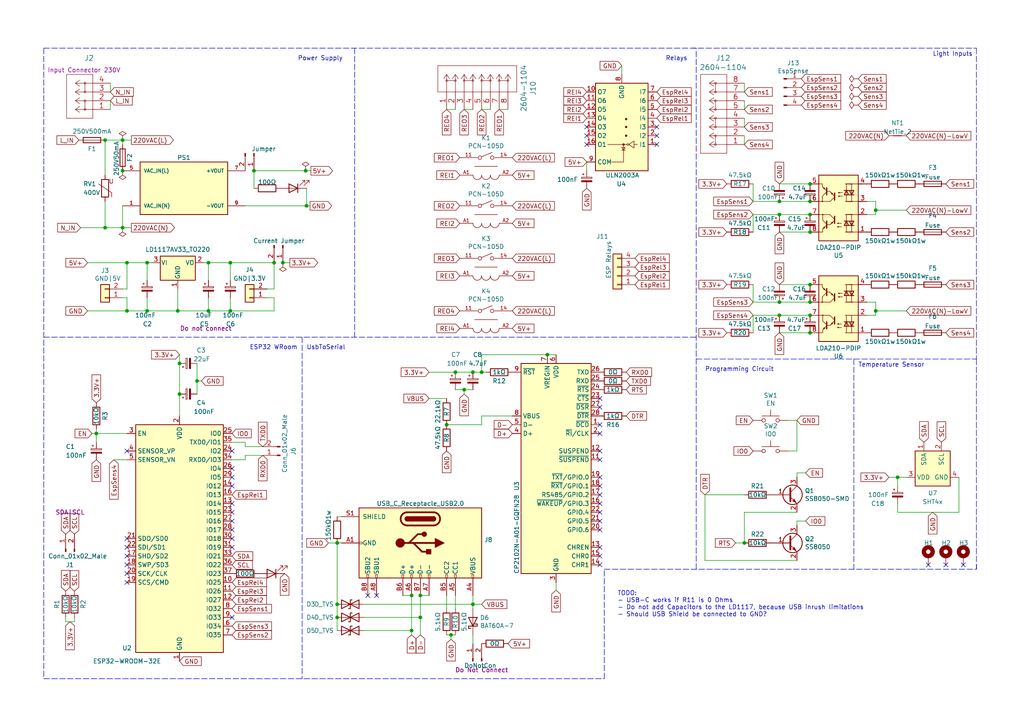
<source format=kicad_sch>
(kicad_sch (version 20211123) (generator eeschema)
  (paper "A4")
  (junction (at 27.94 125.73))
  (junction (at 57.15 110.49))
  (junction (at 97.79 157.48))
  (junction (at 260.35 138.43))
  (junction (at 226.06 62.23))
  (junction (at 97.79 175.26))
  (junction (at 88.9 59.69))
  (junction (at 234.95 87.63))
  (junction (at 66.802 76.2))
  (junction (at 254 90.17))
  (junction (at 254 60.96))
  (junction (at 60.452 90.17))
  (junction (at 234.95 62.23))
  (junction (at 134.62 113.03))
  (junction (at 51.562 90.17))
  (junction (at 139.7 107.95))
  (junction (at 137.16 175.26))
  (junction (at 66.802 90.17))
  (junction (at 36.83 76.2))
  (junction (at 52.07 114.3))
  (junction (at 30.48 66.04))
  (junction (at 82.042 76.2))
  (junction (at 60.452 76.2))
  (junction (at 234.95 96.52))
  (junction (at 121.92 179.07))
  (junction (at 36.83 90.17))
  (junction (at 121.92 172.72))
  (junction (at 234.95 91.44))
  (junction (at 88.646 49.53))
  (junction (at 226.06 58.42))
  (junction (at 158.75 102.87))
  (junction (at 52.07 105.41))
  (junction (at 132.08 107.95))
  (junction (at 97.79 179.07))
  (junction (at 35.56 66.04))
  (junction (at 234.95 58.42))
  (junction (at 234.95 82.55))
  (junction (at 130.81 184.15))
  (junction (at 35.56 40.64))
  (junction (at 234.95 53.34))
  (junction (at 234.95 67.31))
  (junction (at 226.06 91.44))
  (junction (at 129.54 123.19))
  (junction (at 119.38 182.88))
  (junction (at 42.672 76.2))
  (junction (at 79.502 76.2))
  (junction (at 137.16 107.95))
  (junction (at 73.66 49.53))
  (junction (at 42.672 90.17))
  (junction (at 30.48 40.64))
  (junction (at 226.06 87.63))
  (junction (at 35.56 49.53))
  (junction (at 119.38 172.72))
  (junction (at 215.9 157.48))
  (no_connect (at 36.83 156.21))
  (no_connect (at 67.31 151.13))
  (no_connect (at 173.99 118.11))
  (no_connect (at 36.83 163.83))
  (no_connect (at 173.99 115.57))
  (no_connect (at 173.99 163.83))
  (no_connect (at 67.31 146.05))
  (no_connect (at 170.18 39.37))
  (no_connect (at 173.99 148.59))
  (no_connect (at 173.99 161.29))
  (no_connect (at 173.99 138.43))
  (no_connect (at 170.18 36.83))
  (no_connect (at 67.31 135.89))
  (no_connect (at 173.99 151.13))
  (no_connect (at 36.83 158.75))
  (no_connect (at 67.31 140.97))
  (no_connect (at 173.99 153.67))
  (no_connect (at 279.4 163.83))
  (no_connect (at 67.31 148.59))
  (no_connect (at 274.32 163.83))
  (no_connect (at 173.99 123.19))
  (no_connect (at 173.99 146.05))
  (no_connect (at 170.18 41.91))
  (no_connect (at 36.83 166.37))
  (no_connect (at 173.99 143.51))
  (no_connect (at 36.83 168.91))
  (no_connect (at 67.31 179.07))
  (no_connect (at 36.83 161.29))
  (no_connect (at 173.99 125.73))
  (no_connect (at 67.31 153.67))
  (no_connect (at 173.99 158.75))
  (no_connect (at 173.99 140.97))
  (no_connect (at 190.5 41.91))
  (no_connect (at 67.31 138.43))
  (no_connect (at 190.5 36.83))
  (no_connect (at 36.83 130.81))
  (no_connect (at 173.99 133.35))
  (no_connect (at 269.24 163.83))
  (no_connect (at 67.31 156.21))
  (no_connect (at 67.31 130.81))
  (no_connect (at 106.68 172.72))
  (no_connect (at 109.22 172.72))
  (no_connect (at 173.99 130.81))
  (no_connect (at 67.31 158.75))
  (no_connect (at 190.5 39.37))
  (wire (pts (xy 139.7 107.95) (xy 140.97 107.95)))
  (wire (pts (xy 57.15 110.49) (xy 57.15 114.3)))
  (wire (pts (xy 105.41 179.07) (xy 121.92 179.07)))
  (wire (pts (xy 76.2 132.08) (xy 71.12 132.08)))
  (wire (pts (xy 233.68 151.13) (xy 231.14 151.13)))
  (wire (pts (xy 66.802 86.36) (xy 66.802 90.17)))
  (wire (pts (xy 215.9 39.37) (xy 215.9 41.91)))
  (wire (pts (xy 254 90.17) (xy 254 91.44)))
  (wire (pts (xy 30.48 40.64) (xy 35.56 40.64)))
  (wire (pts (xy 228.6 130.81) (xy 231.14 130.81)))
  (wire (pts (xy 66.802 76.2) (xy 79.502 76.2)))
  (wire (pts (xy 32.004 31.75) (xy 32.004 29.21)))
  (wire (pts (xy 58.42 110.49) (xy 57.15 110.49)))
  (wire (pts (xy 257.81 138.43) (xy 260.35 138.43)))
  (wire (pts (xy 27.94 125.73) (xy 27.94 128.27)))
  (polyline (pts (xy 283.21 13.97) (xy 283.21 104.14)))
  (wire (pts (xy 30.48 50.8) (xy 30.48 40.64)))
  (wire (pts (xy 161.29 168.91) (xy 161.29 171.196)))
  (wire (pts (xy 116.84 172.72) (xy 119.38 172.72)))
  (wire (pts (xy 60.452 76.2) (xy 66.802 76.2)))
  (wire (pts (xy 218.44 82.55) (xy 218.44 87.63)))
  (wire (pts (xy 88.646 49.53) (xy 90.17 49.53)))
  (wire (pts (xy 105.41 175.26) (xy 137.16 175.26)))
  (wire (pts (xy 67.31 128.27) (xy 71.12 128.27)))
  (wire (pts (xy 130.81 184.15) (xy 132.08 184.15)))
  (wire (pts (xy 254 60.96) (xy 262.89 60.96)))
  (polyline (pts (xy 247.65 104.14) (xy 247.65 165.1)))
  (polyline (pts (xy 87.63 97.79) (xy 87.63 196.85)))
  (polyline (pts (xy 283.21 165.1) (xy 283.21 163.83)))
  (wire (pts (xy 95.25 157.48) (xy 97.79 157.48)))
  (wire (pts (xy 30.48 58.42) (xy 30.48 66.04)))
  (wire (pts (xy 121.92 172.72) (xy 124.46 172.72)))
  (wire (pts (xy 97.79 149.86) (xy 99.06 149.86)))
  (wire (pts (xy 119.38 172.72) (xy 119.38 182.88)))
  (wire (pts (xy 254 58.42) (xy 254 60.96)))
  (wire (pts (xy 218.44 91.44) (xy 218.44 96.52)))
  (polyline (pts (xy 201.93 165.1) (xy 201.93 13.97)))
  (wire (pts (xy 234.95 96.52) (xy 226.06 96.52)))
  (wire (pts (xy 226.06 87.63) (xy 218.44 87.63)))
  (wire (pts (xy 233.68 137.16) (xy 231.14 137.16)))
  (wire (pts (xy 27.94 125.73) (xy 36.83 125.73)))
  (polyline (pts (xy 201.93 104.14) (xy 283.21 104.14)))
  (wire (pts (xy 130.81 184.15) (xy 130.81 185.42)))
  (wire (pts (xy 26.67 125.73) (xy 27.94 125.73)))
  (wire (pts (xy 36.83 76.2) (xy 42.672 76.2)))
  (wire (pts (xy 260.35 146.05) (xy 260.35 148.59)))
  (wire (pts (xy 129.54 123.19) (xy 139.7 123.19)))
  (wire (pts (xy 139.7 102.87) (xy 139.7 107.95)))
  (wire (pts (xy 124.46 107.95) (xy 132.08 107.95)))
  (wire (pts (xy 278.13 148.59) (xy 278.13 138.43)))
  (wire (pts (xy 124.46 115.57) (xy 129.54 115.57)))
  (wire (pts (xy 121.92 179.07) (xy 121.92 184.15)))
  (wire (pts (xy 226.06 87.63) (xy 234.95 87.63)))
  (polyline (pts (xy 201.93 13.97) (xy 200.66 13.97)))
  (wire (pts (xy 139.7 120.65) (xy 148.59 120.65)))
  (wire (pts (xy 234.95 82.55) (xy 226.06 82.55)))
  (wire (pts (xy 57.15 105.41) (xy 57.15 110.49)))
  (wire (pts (xy 226.06 58.42) (xy 234.95 58.42)))
  (wire (pts (xy 234.95 67.31) (xy 226.06 67.31)))
  (wire (pts (xy 35.56 40.64) (xy 35.56 41.91)))
  (wire (pts (xy 129.54 184.15) (xy 130.81 184.15)))
  (wire (pts (xy 71.12 59.69) (xy 88.9 59.69)))
  (wire (pts (xy 88.9 59.69) (xy 89.916 59.69)))
  (wire (pts (xy 254 62.23) (xy 251.46 62.23)))
  (wire (pts (xy 215.9 24.13) (xy 215.9 26.67)))
  (wire (pts (xy 137.16 107.95) (xy 139.7 107.95)))
  (wire (pts (xy 260.35 148.59) (xy 278.13 148.59)))
  (wire (pts (xy 105.41 182.88) (xy 119.38 182.88)))
  (wire (pts (xy 42.672 76.2) (xy 43.942 76.2)))
  (wire (pts (xy 79.502 86.36) (xy 79.502 90.17)))
  (wire (pts (xy 97.79 157.48) (xy 97.79 175.26)))
  (wire (pts (xy 121.92 172.72) (xy 121.92 179.07)))
  (wire (pts (xy 204.47 143.51) (xy 215.9 143.51)))
  (wire (pts (xy 73.66 49.53) (xy 88.646 49.53)))
  (wire (pts (xy 231.14 137.16) (xy 231.14 138.43)))
  (wire (pts (xy 134.62 114.3) (xy 134.62 113.03)))
  (wire (pts (xy 218.44 62.23) (xy 226.06 62.23)))
  (wire (pts (xy 97.79 179.07) (xy 97.79 175.26)))
  (wire (pts (xy 231.14 151.13) (xy 231.14 152.4)))
  (wire (pts (xy 142.24 31.75) (xy 139.7 31.75)))
  (wire (pts (xy 132.08 31.75) (xy 129.54 31.75)))
  (wire (pts (xy 254 87.63) (xy 254 90.17)))
  (wire (pts (xy 42.672 86.36) (xy 42.672 90.17)))
  (wire (pts (xy 51.562 90.17) (xy 60.452 90.17)))
  (wire (pts (xy 137.16 175.26) (xy 137.16 172.72)))
  (wire (pts (xy 226.06 62.23) (xy 234.95 62.23)))
  (wire (pts (xy 71.12 129.54) (xy 76.2 129.54)))
  (wire (pts (xy 60.452 86.36) (xy 60.452 90.17)))
  (wire (pts (xy 79.502 83.82) (xy 79.502 76.2)))
  (polyline (pts (xy 12.7 196.85) (xy 175.26 196.85)))
  (wire (pts (xy 231.14 148.59) (xy 215.9 148.59)))
  (wire (pts (xy 254 91.44) (xy 251.46 91.44)))
  (wire (pts (xy 215.9 148.59) (xy 215.9 157.48)))
  (wire (pts (xy 35.56 83.82) (xy 36.83 83.82)))
  (wire (pts (xy 254 60.96) (xy 254 62.23)))
  (polyline (pts (xy 12.7 97.79) (xy 201.93 97.79)))
  (wire (pts (xy 71.12 132.08) (xy 71.12 133.35)))
  (wire (pts (xy 32.004 24.13) (xy 32.004 26.67)))
  (wire (pts (xy 137.16 176.53) (xy 137.16 175.26)))
  (wire (pts (xy 218.44 91.44) (xy 226.06 91.44)))
  (wire (pts (xy 42.672 76.2) (xy 42.672 81.28)))
  (wire (pts (xy 132.08 172.72) (xy 132.08 176.53)))
  (wire (pts (xy 262.89 90.17) (xy 254 90.17)))
  (wire (pts (xy 52.07 105.41) (xy 52.07 114.3)))
  (wire (pts (xy 25.4 76.2) (xy 36.83 76.2)))
  (wire (pts (xy 170.18 46.99) (xy 170.18 49.53)))
  (wire (pts (xy 215.9 29.21) (xy 215.9 31.75)))
  (wire (pts (xy 33.02 133.35) (xy 36.83 133.35)))
  (wire (pts (xy 25.4 90.17) (xy 36.83 90.17)))
  (wire (pts (xy 42.672 90.17) (xy 51.562 90.17)))
  (wire (pts (xy 226.06 58.42) (xy 218.44 58.42)))
  (wire (pts (xy 97.79 182.88) (xy 97.79 179.07)))
  (wire (pts (xy 77.47 86.36) (xy 79.502 86.36)))
  (wire (pts (xy 52.07 114.3) (xy 52.07 120.65)))
  (wire (pts (xy 158.75 102.87) (xy 139.7 102.87)))
  (polyline (pts (xy 12.7 13.97) (xy 12.7 196.85)))
  (wire (pts (xy 134.62 113.03) (xy 132.08 113.03)))
  (polyline (pts (xy 102.87 13.97) (xy 102.87 97.79)))
  (wire (pts (xy 228.6 121.92) (xy 231.14 121.92)))
  (wire (pts (xy 71.12 133.35) (xy 67.31 133.35)))
  (wire (pts (xy 158.75 102.87) (xy 161.29 102.87)))
  (wire (pts (xy 82.042 76.2) (xy 84.074 76.2)))
  (wire (pts (xy 36.83 86.36) (xy 36.83 90.17)))
  (polyline (pts (xy 175.26 196.85) (xy 175.26 165.1)))
  (wire (pts (xy 35.56 40.64) (xy 38.1 40.64)))
  (wire (pts (xy 19.05 180.34) (xy 21.59 180.34)))
  (wire (pts (xy 137.16 175.26) (xy 139.7 175.26)))
  (wire (pts (xy 60.452 90.17) (xy 66.802 90.17)))
  (wire (pts (xy 19.05 179.07) (xy 19.05 180.34)))
  (wire (pts (xy 204.47 162.56) (xy 231.14 162.56)))
  (wire (pts (xy 60.452 76.2) (xy 60.452 81.28)))
  (polyline (pts (xy 283.21 104.14) (xy 283.21 165.1)))
  (wire (pts (xy 231.14 121.92) (xy 231.14 130.81)))
  (wire (pts (xy 23.368 66.04) (xy 30.48 66.04)))
  (wire (pts (xy 35.56 66.04) (xy 38.1 66.04)))
  (wire (pts (xy 71.12 128.27) (xy 71.12 129.54)))
  (wire (pts (xy 218.44 53.34) (xy 218.44 58.42)))
  (wire (pts (xy 27.94 124.46) (xy 27.94 125.73)))
  (wire (pts (xy 51.562 83.82) (xy 51.562 90.17)))
  (wire (pts (xy 147.32 31.75) (xy 144.78 31.75)))
  (wire (pts (xy 260.35 138.43) (xy 260.35 140.97)))
  (wire (pts (xy 180.34 19.05) (xy 180.34 21.59)))
  (wire (pts (xy 132.08 107.95) (xy 137.16 107.95)))
  (wire (pts (xy 204.47 143.51) (xy 204.47 162.56)))
  (wire (pts (xy 137.16 184.15) (xy 137.16 186.69)))
  (wire (pts (xy 35.56 66.04) (xy 35.56 59.69)))
  (wire (pts (xy 52.07 102.87) (xy 52.07 105.41)))
  (wire (pts (xy 251.46 58.42) (xy 254 58.42)))
  (wire (pts (xy 66.802 76.2) (xy 66.802 81.28)))
  (wire (pts (xy 21.59 180.34) (xy 21.59 179.07)))
  (wire (pts (xy 77.47 83.82) (xy 79.502 83.82)))
  (wire (pts (xy 88.9 54.61) (xy 88.9 59.69)))
  (wire (pts (xy 119.38 182.88) (xy 119.38 184.15)))
  (wire (pts (xy 213.36 157.48) (xy 215.9 157.48)))
  (wire (pts (xy 215.9 34.29) (xy 215.9 36.83)))
  (wire (pts (xy 36.83 76.2) (xy 36.83 83.82)))
  (wire (pts (xy 36.83 90.17) (xy 42.672 90.17)))
  (wire (pts (xy 226.06 91.44) (xy 234.95 91.44)))
  (wire (pts (xy 66.802 90.17) (xy 79.502 90.17)))
  (wire (pts (xy 35.56 86.36) (xy 36.83 86.36)))
  (polyline (pts (xy 12.7 13.97) (xy 283.21 13.97)))
  (wire (pts (xy 30.48 66.04) (xy 35.56 66.04)))
  (wire (pts (xy 137.16 31.75) (xy 134.62 31.75)))
  (wire (pts (xy 251.46 87.63) (xy 254 87.63)))
  (wire (pts (xy 97.79 157.48) (xy 99.06 157.48)))
  (wire (pts (xy 139.7 123.19) (xy 139.7 120.65)))
  (wire (pts (xy 73.66 49.53) (xy 73.66 54.61)))
  (wire (pts (xy 234.95 53.34) (xy 226.06 53.34)))
  (wire (pts (xy 218.44 62.23) (xy 218.44 67.31)))
  (wire (pts (xy 137.16 113.03) (xy 134.62 113.03)))
  (wire (pts (xy 60.452 76.2) (xy 59.182 76.2)))
  (wire (pts (xy 260.35 138.43) (xy 262.89 138.43)))
  (wire (pts (xy 129.54 172.72) (xy 129.54 176.53)))
  (polyline (pts (xy 175.26 165.1) (xy 283.21 165.1)))
  (text "Programming Circuit" (at 204.47 107.95 0) (effects (font (size 1.27 1.27)) (justify left bottom)))
  (text "UsbToSerial" (at 88.9 101.6 0) (effects (font (size 1.27 1.27)) (justify left bottom)))
  (text "Relays" (at 193.04 17.78 0) (effects (font (size 1.27 1.27)) (justify left bottom)))
  (text "Temperature Sensor" (at 248.92 106.68 0) (effects (font (size 1.27 1.27)) (justify left bottom)))
  (text "Power Supply" (at 86.36 17.78 0) (effects (font (size 1.27 1.27)) (justify left bottom)))
  (text "ESP32 WRoom" (at 72.39 101.6 0) (effects (font (size 1.27 1.27)) (justify left bottom)))
  (text "TODO:\n- USB-C works if R11 is 0 Ohms\n- Do not add Capacitors to the LD1117, because USB inrush limitations\n- Should USB Shield be connected to GND?" (at 179.07 179.07 0) (effects (font (size 1.27 1.27)) (justify left bottom)))
  (text "Light Inputs" (at 270.51 16.51 0) (effects (font (size 1.27 1.27)) (justify left bottom)))
  (global_label "3.3V+" (shape input) (at 27.94 116.84 90) (property "Intersheet References" "${INTERSHEET_REFS}" (effects hide)))
  (global_label "EspRel2" (shape input) (at 184.15 80.01 0) (property "Intersheet References" "${INTERSHEET_REFS}" (effects hide)))
  (global_label "REI1" (shape input) (at 170.18 34.29 180) (property "Intersheet References" "${INTERSHEET_REFS}" (effects hide)))
  (global_label "220VAC(L)" (shape output) (at 38.1 40.64 0) (property "Intersheet References" "${INTERSHEET_REFS}" (effects hide)))
  (global_label "EN" (shape input) (at 26.67 125.73 180) (property "Intersheet References" "${INTERSHEET_REFS}" (effects hide)))
  (global_label "5V+" (shape input) (at 148.59 64.77 0) (property "Intersheet References" "${INTERSHEET_REFS}" (effects hide)))
  (global_label "EN" (shape input) (at 233.68 137.16 0) (property "Intersheet References" "${INTERSHEET_REFS}" (effects hide)))
  (global_label "220VAC(L)" (shape input) (at 148.59 90.17 0) (property "Intersheet References" "${INTERSHEET_REFS}" (effects hide)))
  (global_label "Sens4" (shape input) (at 248.92 30.48 0) (property "Intersheet References" "${INTERSHEET_REFS}" (effects hide)))
  (global_label "EspSens3" (shape input) (at 218.44 87.63 180) (property "Intersheet References" "${INTERSHEET_REFS}" (effects hide)))
  (global_label "5V+" (shape input) (at 148.59 95.25 0) (property "Intersheet References" "${INTERSHEET_REFS}" (effects hide)))
  (global_label "3.3V+" (shape input) (at 210.82 82.55 180) (property "Intersheet References" "${INTERSHEET_REFS}" (effects hide)))
  (global_label "REO1" (shape input) (at 144.78 31.75 270) (property "Intersheet References" "${INTERSHEET_REFS}" (effects hide)))
  (global_label "SDA" (shape input) (at 19.05 154.94 90) (property "Intersheet References" "${INTERSHEET_REFS}" (effects hide)))
  (global_label "RXD0" (shape input) (at 76.2 132.08 270) (property "Intersheet References" "${INTERSHEET_REFS}" (effects hide)))
  (global_label "GND" (shape input) (at 226.06 96.52 270) (property "Intersheet References" "${INTERSHEET_REFS}" (effects hide)))
  (global_label "GND" (shape input) (at 27.94 133.35 270) (property "Intersheet References" "${INTERSHEET_REFS}" (effects hide)))
  (global_label "REO4" (shape input) (at 133.35 90.17 180) (property "Intersheet References" "${INTERSHEET_REFS}" (effects hide)))
  (global_label "GND" (shape input) (at 270.51 148.59 270) (property "Intersheet References" "${INTERSHEET_REFS}" (effects hide)))
  (global_label "220VAC(N)-LowV" (shape input) (at 262.89 90.17 0) (property "Intersheet References" "${INTERSHEET_REFS}" (effects hide)))
  (global_label "RXD0" (shape input) (at 181.61 107.95 0) (property "Intersheet References" "${INTERSHEET_REFS}" (effects hide)))
  (global_label "REI2" (shape input) (at 170.18 31.75 180) (property "Intersheet References" "${INTERSHEET_REFS}" (effects hide)))
  (global_label "220VAC(N)-LowV" (shape input) (at 262.89 39.37 0) (property "Intersheet References" "${INTERSHEET_REFS}" (effects hide)))
  (global_label "VBUS" (shape input) (at 124.46 115.57 180) (property "Intersheet References" "${INTERSHEET_REFS}" (effects hide)))
  (global_label "EspRel1" (shape input) (at 190.5 34.29 0) (property "Intersheet References" "${INTERSHEET_REFS}" (effects hide)))
  (global_label "REO2" (shape input) (at 133.35 59.69 180) (property "Intersheet References" "${INTERSHEET_REFS}" (effects hide)))
  (global_label "SDA" (shape input) (at 267.97 128.27 90) (property "Intersheet References" "${INTERSHEET_REFS}" (effects hide)))
  (global_label "SDA" (shape input) (at 19.05 171.45 90) (property "Intersheet References" "${INTERSHEET_REFS}" (effects hide)))
  (global_label "VBUS" (shape input) (at 139.7 175.26 0) (property "Intersheet References" "${INTERSHEET_REFS}" (effects hide)))
  (global_label "3.3V+" (shape input) (at 124.46 107.95 180) (property "Intersheet References" "${INTERSHEET_REFS}" (effects hide)))
  (global_label "SDA" (shape input) (at 67.31 161.29 0) (property "Intersheet References" "${INTERSHEET_REFS}" (effects hide)))
  (global_label "EspSens3" (shape input) (at 232.41 27.94 0) (property "Intersheet References" "${INTERSHEET_REFS}" (effects hide)))
  (global_label "D+" (shape input) (at 119.38 184.15 270) (property "Intersheet References" "${INTERSHEET_REFS}" (effects hide)))
  (global_label "REO1" (shape input) (at 133.35 45.72 180) (property "Intersheet References" "${INTERSHEET_REFS}" (effects hide)))
  (global_label "220VAC(N)" (shape input) (at 257.81 39.37 180) (property "Intersheet References" "${INTERSHEET_REFS}" (effects hide)))
  (global_label "EspSens1" (shape input) (at 232.41 22.86 0) (property "Intersheet References" "${INTERSHEET_REFS}" (effects hide)))
  (global_label "GND" (shape input) (at 231.14 121.92 0) (property "Intersheet References" "${INTERSHEET_REFS}" (effects hide)))
  (global_label "IO0" (shape input) (at 67.31 125.73 0) (property "Intersheet References" "${INTERSHEET_REFS}" (effects hide)))
  (global_label "Sens3" (shape input) (at 215.9 36.83 0) (property "Intersheet References" "${INTERSHEET_REFS}" (effects hide)))
  (global_label "IO0" (shape input) (at 233.68 151.13 0) (property "Intersheet References" "${INTERSHEET_REFS}" (effects hide)))
  (global_label "3.3V+" (shape input) (at 257.81 138.43 180) (property "Intersheet References" "${INTERSHEET_REFS}" (effects hide)))
  (global_label "GND" (shape input) (at 82.55 166.37 270) (property "Intersheet References" "${INTERSHEET_REFS}" (effects hide)))
  (global_label "Sens1" (shape input) (at 215.9 26.67 0) (property "Intersheet References" "${INTERSHEET_REFS}" (effects hide)))
  (global_label "EspSens2" (shape input) (at 218.44 62.23 180) (property "Intersheet References" "${INTERSHEET_REFS}" (effects hide)))
  (global_label "5V+" (shape input) (at 25.4 76.2 180) (property "Intersheet References" "${INTERSHEET_REFS}" (effects hide)))
  (global_label "220VAC(L)" (shape input) (at 148.59 45.72 0) (property "Intersheet References" "${INTERSHEET_REFS}" (effects hide)))
  (global_label "D+" (shape input) (at 148.59 125.73 180) (property "Intersheet References" "${INTERSHEET_REFS}" (effects hide)))
  (global_label "GND" (shape input) (at 130.81 185.42 270) (property "Intersheet References" "${INTERSHEET_REFS}" (effects hide)))
  (global_label "GND" (shape output) (at 89.916 59.69 0) (property "Intersheet References" "${INTERSHEET_REFS}" (effects hide)))
  (global_label "REI3" (shape input) (at 133.35 80.01 180) (property "Intersheet References" "${INTERSHEET_REFS}" (effects hide)))
  (global_label "TXD0" (shape input) (at 181.61 110.49 0) (property "Intersheet References" "${INTERSHEET_REFS}" (effects hide)))
  (global_label "GND" (shape input) (at 25.4 90.17 180) (property "Intersheet References" "${INTERSHEET_REFS}" (effects hide)))
  (global_label "L_IN" (shape input) (at 22.86 40.64 180) (property "Intersheet References" "${INTERSHEET_REFS}" (effects hide)))
  (global_label "GND" (shape input) (at 134.62 114.3 270) (property "Intersheet References" "${INTERSHEET_REFS}" (effects hide)))
  (global_label "5V+" (shape input) (at 170.18 46.99 180) (property "Intersheet References" "${INTERSHEET_REFS}" (effects hide)))
  (global_label "5V+" (shape input) (at 147.32 186.69 0) (property "Intersheet References" "${INTERSHEET_REFS}" (effects hide)))
  (global_label "EspRel4" (shape input) (at 190.5 26.67 0) (property "Intersheet References" "${INTERSHEET_REFS}" (effects hide)))
  (global_label "5V+" (shape input) (at 148.59 80.01 0) (property "Intersheet References" "${INTERSHEET_REFS}" (effects hide)))
  (global_label "3.3V+" (shape input) (at 210.82 53.34 180) (property "Intersheet References" "${INTERSHEET_REFS}" (effects hide)))
  (global_label "EspRel3" (shape input) (at 184.15 77.47 0) (property "Intersheet References" "${INTERSHEET_REFS}" (effects hide)))
  (global_label "EspRel4" (shape input) (at 67.31 168.91 0) (property "Intersheet References" "${INTERSHEET_REFS}" (effects hide)))
  (global_label "SCL" (shape input) (at 21.59 154.94 90) (property "Intersheet References" "${INTERSHEET_REFS}" (effects hide)))
  (global_label "GND" (shape input) (at 226.06 67.31 270) (property "Intersheet References" "${INTERSHEET_REFS}" (effects hide)))
  (global_label "Sens3" (shape input) (at 274.32 82.55 0) (property "Intersheet References" "${INTERSHEET_REFS}" (effects hide)))
  (global_label "5V+" (shape output) (at 90.17 49.53 0) (property "Intersheet References" "${INTERSHEET_REFS}" (effects hide)))
  (global_label "GND" (shape input) (at 58.42 110.49 0) (property "Intersheet References" "${INTERSHEET_REFS}" (effects hide)))
  (global_label "L_IN" (shape input) (at 32.004 29.21 0) (property "Intersheet References" "${INTERSHEET_REFS}" (effects hide)))
  (global_label "REO2" (shape input) (at 139.7 31.75 270) (property "Intersheet References" "${INTERSHEET_REFS}" (effects hide)))
  (global_label "EspRel2" (shape input) (at 190.5 31.75 0) (property "Intersheet References" "${INTERSHEET_REFS}" (effects hide)))
  (global_label "IO0" (shape input) (at 218.44 130.81 180) (property "Intersheet References" "${INTERSHEET_REFS}" (effects hide)))
  (global_label "GND" (shape input) (at 180.34 19.05 180) (property "Intersheet References" "${INTERSHEET_REFS}" (effects hide)))
  (global_label "EspRel1" (shape input) (at 67.31 143.51 0) (property "Intersheet References" "${INTERSHEET_REFS}" (effects hide)))
  (global_label "EspSens1" (shape input) (at 218.44 58.42 180) (property "Intersheet References" "${INTERSHEET_REFS}" (effects hide)))
  (global_label "3.3V+" (shape output) (at 84.074 76.2 0) (property "Intersheet References" "${INTERSHEET_REFS}" (effects hide)))
  (global_label "REI3" (shape input) (at 170.18 29.21 180) (property "Intersheet References" "${INTERSHEET_REFS}" (effects hide)))
  (global_label "EspSens2" (shape input) (at 232.41 25.4 0) (property "Intersheet References" "${INTERSHEET_REFS}" (effects hide)))
  (global_label "SCL" (shape input) (at 21.59 171.45 90) (property "Intersheet References" "${INTERSHEET_REFS}" (effects hide)))
  (global_label "Sens4" (shape input) (at 215.9 41.91 0) (property "Intersheet References" "${INTERSHEET_REFS}" (effects hide)))
  (global_label "3.3V+" (shape input) (at 20.32 180.34 270) (property "Intersheet References" "${INTERSHEET_REFS}" (effects hide)))
  (global_label "3.3V+" (shape input) (at 52.07 102.87 180) (property "Intersheet References" "${INTERSHEET_REFS}" (effects hide)))
  (global_label "3.3V+" (shape input) (at 210.82 96.52 180) (property "Intersheet References" "${INTERSHEET_REFS}" (effects hide)))
  (global_label "220VAC(L)" (shape input) (at 148.59 74.93 0) (property "Intersheet References" "${INTERSHEET_REFS}" (effects hide)))
  (global_label "DTR" (shape input) (at 204.47 143.51 90) (property "Intersheet References" "${INTERSHEET_REFS}" (effects hide)))
  (global_label "EspRel3" (shape input) (at 190.5 29.21 0) (property "Intersheet References" "${INTERSHEET_REFS}" (effects hide)))
  (global_label "Sens1" (shape input) (at 274.32 53.34 0) (property "Intersheet References" "${INTERSHEET_REFS}" (effects hide)))
  (global_label "EN" (shape input) (at 218.44 121.92 180) (property "Intersheet References" "${INTERSHEET_REFS}" (effects hide)))
  (global_label "5V+" (shape input) (at 148.59 50.8 0) (property "Intersheet References" "${INTERSHEET_REFS}" (effects hide)))
  (global_label "REO4" (shape input) (at 129.54 31.75 270) (property "Intersheet References" "${INTERSHEET_REFS}" (effects hide)))
  (global_label "D-" (shape input) (at 148.59 123.19 180) (property "Intersheet References" "${INTERSHEET_REFS}" (effects hide)))
  (global_label "EspSens3" (shape input) (at 67.31 181.61 0) (property "Intersheet References" "${INTERSHEET_REFS}" (effects hide)))
  (global_label "REO3" (shape input) (at 134.62 31.75 270) (property "Intersheet References" "${INTERSHEET_REFS}" (effects hide)))
  (global_label "3.3V+" (shape input) (at 210.82 67.31 180) (property "Intersheet References" "${INTERSHEET_REFS}" (effects hide)))
  (global_label "GND" (shape input) (at 226.06 53.34 90) (property "Intersheet References" "${INTERSHEET_REFS}" (effects hide)))
  (global_label "REI1" (shape input) (at 133.35 50.8 180) (property "Intersheet References" "${INTERSHEET_REFS}" (effects hide)))
  (global_label "GND" (shape input) (at 226.06 82.55 90) (property "Intersheet References" "${INTERSHEET_REFS}" (effects hide)))
  (global_label "TXD0" (shape input) (at 76.2 129.54 90) (property "Intersheet References" "${INTERSHEET_REFS}" (effects hide)))
  (global_label "220VAC(N)" (shape output) (at 38.1 66.04 0) (property "Intersheet References" "${INTERSHEET_REFS}" (effects hide)))
  (global_label "RTS" (shape input) (at 181.61 113.03 0) (property "Intersheet References" "${INTERSHEET_REFS}" (effects hide)))
  (global_label "Sens2" (shape input) (at 215.9 31.75 0) (property "Intersheet References" "${INTERSHEET_REFS}" (effects hide)))
  (global_label "EspSens4" (shape input) (at 232.41 30.48 0) (property "Intersheet References" "${INTERSHEET_REFS}" (effects hide)))
  (global_label "Sens2" (shape input) (at 248.92 25.4 0) (property "Intersheet References" "${INTERSHEET_REFS}" (effects hide)))
  (global_label "D-" (shape input) (at 121.92 184.15 270) (property "Intersheet References" "${INTERSHEET_REFS}" (effects hide)))
  (global_label "Sens4" (shape input) (at 274.32 96.52 0) (property "Intersheet References" "${INTERSHEET_REFS}" (effects hide)))
  (global_label "N_IN" (shape input) (at 32.004 26.67 0) (property "Intersheet References" "${INTERSHEET_REFS}" (effects hide)))
  (global_label "GND" (shape input) (at 95.25 157.48 180) (property "Intersheet References" "${INTERSHEET_REFS}" (effects hide)))
  (global_label "REI2" (shape input) (at 133.35 64.77 180) (property "Intersheet References" "${INTERSHEET_REFS}" (effects hide)))
  (global_label "SCL" (shape input) (at 67.31 163.83 0) (property "Intersheet References" "${INTERSHEET_REFS}" (effects hide)))
  (global_label "REI4" (shape input) (at 170.18 26.67 180) (property "Intersheet References" "${INTERSHEET_REFS}" (effects hide)))
  (global_label "EspRel1" (shape input) (at 184.15 82.55 0) (property "Intersheet References" "${INTERSHEET_REFS}" (effects hide)))
  (global_label "GND" (shape input) (at 129.54 130.81 270) (property "Intersheet References" "${INTERSHEET_REFS}" (effects hide)))
  (global_label "GND" (shape input) (at 52.07 191.77 0) (property "Intersheet References" "${INTERSHEET_REFS}" (effects hide)))
  (global_label "EspRel2" (shape input) (at 67.31 173.99 0) (property "Intersheet References" "${INTERSHEET_REFS}" (effects hide)))
  (global_label "Sens3" (shape input) (at 248.92 27.94 0) (property "Intersheet References" "${INTERSHEET_REFS}" (effects hide)))
  (global_label "DTR" (shape input) (at 181.61 120.65 0) (property "Intersheet References" "${INTERSHEET_REFS}" (effects hide)))
  (global_label "GND" (shape input) (at 161.29 171.196 270) (property "Intersheet References" "${INTERSHEET_REFS}" (effects hide)))
  (global_label "220VAC(N)-LowV" (shape input) (at 262.89 60.96 0) (property "Intersheet References" "${INTERSHEET_REFS}" (effects hide)))
  (global_label "220VAC(L)" (shape input) (at 148.59 59.69 0) (property "Intersheet References" "${INTERSHEET_REFS}" (effects hide)))
  (global_label "EspSens4" (shape input) (at 33.02 133.35 270) (property "Intersheet References" "${INTERSHEET_REFS}" (effects hide)))
  (global_label "EspSens2" (shape input) (at 67.31 184.15 0) (property "Intersheet References" "${INTERSHEET_REFS}" (effects hide)))
  (global_label "N_IN" (shape input) (at 23.368 66.04 180) (property "Intersheet References" "${INTERSHEET_REFS}" (effects hide)))
  (global_label "EspRel3" (shape input) (at 67.31 171.45 0) (property "Intersheet References" "${INTERSHEET_REFS}" (effects hide)))
  (global_label "REI4" (shape input) (at 133.35 95.25 180) (property "Intersheet References" "${INTERSHEET_REFS}" (effects hide)))
  (global_label "GND" (shape input) (at 170.18 54.61 270) (property "Intersheet References" "${INTERSHEET_REFS}" (effects hide)))
  (global_label "EspSens1" (shape input) (at 67.31 176.53 0) (property "Intersheet References" "${INTERSHEET_REFS}" (effects hide)))
  (global_label "Sens2" (shape input) (at 274.32 67.31 0) (property "Intersheet References" "${INTERSHEET_REFS}" (effects hide)))
  (global_label "SCL" (shape input) (at 273.05 128.27 90) (property "Intersheet References" "${INTERSHEET_REFS}" (effects hide)))
  (global_label "RTS" (shape input) (at 213.36 157.48 180) (property "Intersheet References" "${INTERSHEET_REFS}" (effects hide)))
  (global_label "EspRel4" (shape input) (at 184.15 74.93 0) (property "Intersheet References" "${INTERSHEET_REFS}" (effects hide)))
  (global_label "REO3" (shape input) (at 133.35 74.93 180) (property "Intersheet References" "${INTERSHEET_REFS}" (effects hide)))
  (global_label "EspSens4" (shape input) (at 218.44 91.44 180) (property "Intersheet References" "${INTERSHEET_REFS}" (effects hide)))
  (global_label "Sens1" (shape input) (at 248.92 22.86 0) (property "Intersheet References" "${INTERSHEET_REFS}" (effects hide)))
  (symbol (lib_id "power:PWR_FLAG") (at 248.92 30.48 90) (unit 1)
    (property "Reference" "#FLG09" (effects hide))
    (property "Value" "PWR_FLAG" (effects hide))
  )
  (symbol (lib_id "Device:R") (at 255.27 67.31 270) (unit 1)
    (property "Reference" "R24" (effects hide))
    (property "Value" "150kΩ1w" (at 255.27 69.85 90))
    (property "Footprint" "Resistor_SMD:R_2512_6332Metric_Pad1.40x3.35mm_HandSolder" (effects hide))
    (property "JLCPCB" "C25719" (effects hide))
  )
  (symbol (lib_id "power:PWR_FLAG") (at 248.92 27.94 90) (unit 1)
    (property "Reference" "#FLG08" (effects hide))
    (property "Value" "PWR_FLAG" (effects hide))
  )
  (symbol (lib_id "power:PWR_FLAG") (at 248.92 25.4 90) (unit 1)
    (property "Reference" "#FLG07" (effects hide))
    (property "Value" "PWR_FLAG" (effects hide))
  )
  (symbol (lib_id "power:PWR_FLAG") (at 248.92 22.86 90) (unit 1)
    (property "Reference" "#FLG06" (effects hide))
    (property "Value" "PWR_FLAG" (effects hide))
  )
  (symbol (lib_id "Transistor_Array:ULN2003A") (at 180.34 36.83 180) (unit 1)
    (property "Reference" "U4" (at 181.61 53.34 0) (effects (justify left)))
    (property "Value" "ULN2003A" (at 185.42 50.8 0) (effects (justify left)))
    (property "Footprint" "Package_SO:SOIC-16_3.9x9.9mm_P1.27mm" (effects hide))
    (property "Datasheet" "http://www.ti.com/lit/ds/symlink/uln2003a.pdf" (effects hide))
    (property "JLCPCB" "C7512" (effects hide))
  )
  (symbol (lib_id "Device:C_Polarized_Small") (at 234.95 55.88 180) (unit 1)
    (property "Reference" "C14" (at 229.87 54.61 0) (effects (justify right)))
    (property "Value" "4.7uF" (at 228.6 57.15 0) (effects (justify right)))
    (property "Footprint" "Capacitor_SMD:C_1206_3216Metric_Pad1.33x1.80mm_HandSolder" (effects hide))
    (property "JLCPCB" "C29823" (effects hide))
  )
  (symbol (lib_id "Device:R") (at 255.27 53.34 270) (unit 1)
    (property "Reference" "R23" (effects hide))
    (property "Value" "150kΩ1w" (at 255.27 50.8 90))
    (property "Footprint" "Resistor_SMD:R_2512_6332Metric_Pad1.40x3.35mm_HandSolder" (effects hide))
    (property "JLCPCB" "C25719" (effects hide))
  )
  (symbol (lib_id "Device:C_Polarized_Small") (at 234.95 64.77 0) (unit 1)
    (property "Reference" "C15" (at 232.41 63.5 0) (effects (justify right)))
    (property "Value" "4.7uF" (at 233.68 66.04 0) (effects (justify right)))
    (property "Footprint" "Capacitor_SMD:C_1206_3216Metric_Pad1.33x1.80mm_HandSolder" (effects hide))
    (property "JLCPCB" "C29823" (effects hide))
    (property "Value" "4.7uF" (effects hide))
  )
  (symbol (lib_id "Device:Fuse") (at 26.67 40.64 90) (unit 1)
    (property "Reference" "F1" (at 26.67 43.18 90))
    (property "Value" "250V500mA" (at 26.67 38.1 90))
    (property "Footprint" "Fuse:Fuseholder_TR5_Littelfuse_No560_No460" (effects hide))
  )
  (symbol (lib_id "Device:Varistor") (at 30.48 54.61 180) (unit 1)
    (property "Reference" "RV1" (at 24.13 53.34 0) (effects (justify right)))
    (property "Value" "400V" (at 24.13 55.88 0) (effects (justify right)))
    (property "Footprint" "Varistor:RV_Disc_D12mm_W4.2mm_P7.5mm" (effects hide))
  )
  (symbol (lib_id "Connector_Generic:Conn_01x04") (at 179.07 80.01 180) (unit 1)
    (property "Reference" "J11" (at 176.53 68.58 0) (effects (justify left)))
    (property "Value" "ESP Relays" (at 176.53 69.85 90) (effects (justify left)))
    (property "Footprint" "Connector_JST:JST_XH_B4B-XH-A_1x04_P2.50mm_Vertical" (effects hide))
  )
  (symbol (lib_id "Regulator_Linear:LD1117S33TR_SOT223") (at 51.562 76.2 0) (unit 1)
    (property "Reference" "U1" (effects hide))
    (property "Value" "LD1117AV33_TO220" (at 51.562 72.3646 0))
    (property "Footprint" "Package_TO_SOT_THT:TO-220-3_Vertical" (effects hide))
    (property "Datasheet" "http://www.st.com/st-web-ui/static/active/en/resource/technical/document/datasheet/CD00000544.pdf" (effects hide))
  )
  (symbol (lib_id "Connector_Generic:Conn_01x02") (at 30.48 86.36 180) (unit 1)
    (property "Reference" "J3" (at 30.48 78.486 0))
    (property "Value" "GND|5V" (at 31.242 80.772 0))
    (property "Footprint" "Connector_JST:JST_XH_B2B-XH-A_1x02_P2.50mm_Vertical" (effects hide))
  )
  (symbol (lib_id "RAC05-05SK_277:RAC05-05SK{slash}277") (at 53.34 54.61 0) (unit 1)
    (property "Reference" "PS1" (at 53.34 45.72 0))
    (property "Value" "RAC05-05SK/277" (effects hide))
    (property "Footprint" "rac05-05sk:277" (effects hide))
    (property "STANDARD" "Manufacturer Recommendations" (effects hide))
    (property "MAXIMUM_PACKAGE_HEIGHT" "21.8mm" (effects hide))
    (property "MANUFACTURER" "RECOM" (effects hide))
    (property "PARTREV" "N/A" (effects hide))
  )
  (symbol (lib_id "Device:C_Polarized_Small") (at 60.452 83.82 0) (unit 1)
    (property "Reference" "C5" (at 57.912 93.98 0) (effects (justify left)))
    (property "Value" "10uF" (at 56.642 91.44 0) (effects (justify left)))
    (property "Footprint" "Capacitor_THT:CP_Radial_D6.3mm_P2.50mm" (effects hide))
    (property "Field4" "Do not connect" (at 59.69 95.25 0))
  )
  (symbol (lib_id "Connector:Conn_01x02_Male") (at 73.66 44.45 270) (unit 1)
    (property "Reference" "J5" (effects hide))
    (property "Value" "Jumper" (at 80.01 43.18 90) (effects (justify right)))
    (property "Footprint" "Connector_PinHeader_2.54mm:PinHeader_1x02_P2.54mm_Vertical" (effects hide))
  )
  (symbol (lib_id "Connector_Generic:Conn_01x02") (at 72.39 86.36 180) (unit 1)
    (property "Reference" "J4" (at 72.39 78.232 0))
    (property "Value" "GND|3.3V" (at 72.39 80.772 0))
    (property "Footprint" "Connector_JST:JST_XH_B2B-XH-A_1x02_P2.50mm_Vertical" (effects hide))
  )
  (symbol (lib_id "Connector:Conn_01x02_Male") (at 82.042 71.12 270) (unit 1)
    (property "Reference" "J7" (effects hide))
    (property "Value" "Current Jumper" (at 88.392 69.85 90) (effects (justify right)))
    (property "Footprint" "Connector_PinHeader_2.54mm:PinHeader_1x02_P2.54mm_Vertical" (effects hide))
  )
  (symbol (lib_id "Device:R") (at 262.89 67.31 270) (unit 1)
    (property "Reference" "R28" (effects hide))
    (property "Value" "150kΩ1w" (at 264.16 69.85 90))
    (property "Footprint" "Resistor_SMD:R_2512_6332Metric_Pad1.40x3.35mm_HandSolder" (effects hide))
    (property "JLCPCB" "C25719" (effects hide))
  )
  (symbol (lib_id "Device:R") (at 262.89 53.34 270) (unit 1)
    (property "Reference" "R27" (effects hide))
    (property "Value" "150kΩ1w" (at 264.16 50.8 90))
    (property "Footprint" "Resistor_SMD:R_2512_6332Metric_Pad1.40x3.35mm_HandSolder" (effects hide))
    (property "JLCPCB" "C25719" (effects hide))
  )
  (symbol (lib_id "Device:C_Polarized_Small") (at 42.672 83.82 0) (unit 1)
    (property "Reference" "C2" (at 41.402 93.98 0) (effects (justify left)))
    (property "Value" "100nF" (at 45.212 91.44 0) (effects (justify right)))
    (property "Footprint" "Capacitor_SMD:C_0603_1608Metric_Pad1.08x0.95mm_HandSolder" (effects hide))
    (property "Datasheet" "https://www.distrelec.ch/en/ceramic-capacitor-100nf-50vdc-0805-rnd-components-rnd-1500805b104j500nt/p/30086635?q=smd+capacitor+&pos=5&origPos=990&origPageSize=50&track=true" (effects hide))
    (property "JLCPCB" "C14663" (effects hide))
  )
  (symbol (lib_id "Device:C_Polarized_Small") (at 170.18 52.07 0) (unit 1)
    (property "Reference" "C9" (effects hide))
    (property "Value" "100nF" (at 167.64 52.07 0) (effects (justify right)))
    (property "Footprint" "Capacitor_SMD:C_0603_1608Metric_Pad1.08x0.95mm_HandSolder" (effects hide))
    (property "Datasheet" "https://www.distrelec.ch/en/ceramic-capacitor-100nf-50vdc-0805-rnd-components-rnd-1500805b104j500nt/p/30086635?q=smd+capacitor+&pos=5&origPos=990&origPageSize=50&track=true" (effects hide))
    (property "JLCPCB" "C14663" (effects hide))
  )
  (symbol (lib_id "pcn-105D3:PCN-124D3MHZ,000") (at 130.81 45.72 0) (unit 1)
    (property "Reference" "K1" (at 140.97 40.005 0))
    (property "Value" "PCN-105D" (at 140.97 42.3164 0))
    (property "Footprint" "PCN:bigpads_TE_Connectivity-PCN-124D" (effects hide))
    (property "Datasheet" "https://www.te.com/commerce/DocumentDelivery/DDEController?Action=showdoc&DocId=Data+Sheet%7FPCN_series_relay_data_sheet_E%7F1217%7Fpdf%7FEnglish%7FENG_DS_PCN_series_relay_data_sheet_E_1217.pdf%7F3-1461491-6" (effects hide))
    (property "ambient temperature range high" "+85°C" (effects hide))
    (property "ambient temperature range low" "-40°C" (effects hide))
    (property "automotive" "No" (effects hide))
    (property "category" "Relay" (effects hide))
    (property "coil power" "120mW" (effects hide))
    (property "coil resistance" "4800Ω" (effects hide))
    (property "coil type" "Non-Latching" (effects hide))
    (property "coil voltage" "24V" (effects hide))
    (property "current rating" "3A" (effects hide))
    (property "device class L1" "Electromechanical" (effects hide))
    (property "device class L2" "Relays" (effects hide))
    (property "device class L3" "Power Relays" (effects hide))
    (property "digikey description" "RELAY GEN PURPOSE SPST 3A 24V" (effects hide))
    (property "digikey part number" "PB906-ND" (effects hide))
    (property "height" "12.8mm" (effects hide))
    (property "lead free" "Yes" (effects hide))
    (property "library id" "591278d9da046128" (effects hide))
    (property "manufacturer" "TE Connectivity" (effects hide))
    (property "mouser part number" "655-PCN-124D3MHZ,000" (effects hide))
    (property "number of contacts" "1" (effects hide))
    (property "package" "PTH_RELAY_20MM0_5MM0" (effects hide))
    (property "rohs" "Yes" (effects hide))
    (property "switching current" "3A" (effects hide))
    (property "throw configuration" "SPST" (effects hide))
  )
  (symbol (lib_id "pcn-105D3:PCN-124D3MHZ,000") (at 130.81 59.69 0) (unit 1)
    (property "Reference" "K2" (at 140.97 53.975 0))
    (property "Value" "PCN-105D" (at 140.97 56.2864 0))
    (property "Footprint" "PCN:bigpads_TE_Connectivity-PCN-124D" (effects hide))
    (property "Datasheet" "https://www.te.com/commerce/DocumentDelivery/DDEController?Action=showdoc&DocId=Data+Sheet%7FPCN_series_relay_data_sheet_E%7F1217%7Fpdf%7FEnglish%7FENG_DS_PCN_series_relay_data_sheet_E_1217.pdf%7F3-1461491-6" (effects hide))
    (property "ambient temperature range high" "+85°C" (effects hide))
    (property "ambient temperature range low" "-40°C" (effects hide))
    (property "automotive" "No" (effects hide))
    (property "category" "Relay" (effects hide))
    (property "coil power" "120mW" (effects hide))
    (property "coil resistance" "4800Ω" (effects hide))
    (property "coil type" "Non-Latching" (effects hide))
    (property "coil voltage" "24V" (effects hide))
    (property "current rating" "3A" (effects hide))
    (property "device class L1" "Electromechanical" (effects hide))
    (property "device class L2" "Relays" (effects hide))
    (property "device class L3" "Power Relays" (effects hide))
    (property "digikey description" "RELAY GEN PURPOSE SPST 3A 24V" (effects hide))
    (property "digikey part number" "PB906-ND" (effects hide))
    (property "height" "12.8mm" (effects hide))
    (property "lead free" "Yes" (effects hide))
    (property "library id" "591278d9da046128" (effects hide))
    (property "manufacturer" "TE Connectivity" (effects hide))
    (property "mouser part number" "655-PCN-124D3MHZ,000" (effects hide))
    (property "number of contacts" "1" (effects hide))
    (property "package" "PTH_RELAY_20MM0_5MM0" (effects hide))
    (property "rohs" "Yes" (effects hide))
    (property "switching current" "3A" (effects hide))
    (property "throw configuration" "SPST" (effects hide))
  )
  (symbol (lib_id "pcn-105D3:PCN-124D3MHZ,000") (at 130.81 74.93 0) (unit 1)
    (property "Reference" "K3" (at 140.97 69.215 0))
    (property "Value" "PCN-105D" (at 140.97 71.5264 0))
    (property "Footprint" "PCN:bigpads_TE_Connectivity-PCN-124D" (effects hide))
    (property "Datasheet" "https://www.te.com/commerce/DocumentDelivery/DDEController?Action=showdoc&DocId=Data+Sheet%7FPCN_series_relay_data_sheet_E%7F1217%7Fpdf%7FEnglish%7FENG_DS_PCN_series_relay_data_sheet_E_1217.pdf%7F3-1461491-6" (effects hide))
    (property "ambient temperature range high" "+85°C" (effects hide))
    (property "ambient temperature range low" "-40°C" (effects hide))
    (property "automotive" "No" (effects hide))
    (property "category" "Relay" (effects hide))
    (property "coil power" "120mW" (effects hide))
    (property "coil resistance" "4800Ω" (effects hide))
    (property "coil type" "Non-Latching" (effects hide))
    (property "coil voltage" "24V" (effects hide))
    (property "current rating" "3A" (effects hide))
    (property "device class L1" "Electromechanical" (effects hide))
    (property "device class L2" "Relays" (effects hide))
    (property "device class L3" "Power Relays" (effects hide))
    (property "digikey description" "RELAY GEN PURPOSE SPST 3A 24V" (effects hide))
    (property "digikey part number" "PB906-ND" (effects hide))
    (property "height" "12.8mm" (effects hide))
    (property "lead free" "Yes" (effects hide))
    (property "library id" "591278d9da046128" (effects hide))
    (property "manufacturer" "TE Connectivity" (effects hide))
    (property "mouser part number" "655-PCN-124D3MHZ,000" (effects hide))
    (property "number of contacts" "1" (effects hide))
    (property "package" "PTH_RELAY_20MM0_5MM0" (effects hide))
    (property "rohs" "Yes" (effects hide))
    (property "switching current" "3A" (effects hide))
    (property "throw configuration" "SPST" (effects hide))
  )
  (symbol (lib_id "pcn-105D3:PCN-124D3MHZ,000") (at 130.81 90.17 0) (unit 1)
    (property "Reference" "K4" (at 140.97 84.455 0))
    (property "Value" "PCN-105D" (at 140.97 86.7664 0))
    (property "Footprint" "PCN:bigpads_TE_Connectivity-PCN-124D" (effects hide))
    (property "Datasheet" "https://www.te.com/commerce/DocumentDelivery/DDEController?Action=showdoc&DocId=Data+Sheet%7FPCN_series_relay_data_sheet_E%7F1217%7Fpdf%7FEnglish%7FENG_DS_PCN_series_relay_data_sheet_E_1217.pdf%7F3-1461491-6" (effects hide))
    (property "ambient temperature range high" "+85°C" (effects hide))
    (property "ambient temperature range low" "-40°C" (effects hide))
    (property "automotive" "No" (effects hide))
    (property "category" "Relay" (effects hide))
    (property "coil power" "120mW" (effects hide))
    (property "coil resistance" "4800Ω" (effects hide))
    (property "coil type" "Non-Latching" (effects hide))
    (property "coil voltage" "24V" (effects hide))
    (property "current rating" "3A" (effects hide))
    (property "device class L1" "Electromechanical" (effects hide))
    (property "device class L2" "Relays" (effects hide))
    (property "device class L3" "Power Relays" (effects hide))
    (property "digikey description" "RELAY GEN PURPOSE SPST 3A 24V" (effects hide))
    (property "digikey part number" "PB906-ND" (effects hide))
    (property "height" "12.8mm" (effects hide))
    (property "lead free" "Yes" (effects hide))
    (property "library id" "591278d9da046128" (effects hide))
    (property "manufacturer" "TE Connectivity" (effects hide))
    (property "mouser part number" "655-PCN-124D3MHZ,000" (effects hide))
    (property "number of contacts" "1" (effects hide))
    (property "package" "PTH_RELAY_20MM0_5MM0" (effects hide))
    (property "rohs" "Yes" (effects hide))
    (property "switching current" "3A" (effects hide))
    (property "throw configuration" "SPST" (effects hide))
  )
  (symbol (lib_id "wago-2604-1104:2604-1104") (at 205.74 31.75 180) (unit 1)
    (property "Reference" "J12" (at 209.7532 16.8402 0) (effects (font (size 1.524 1.524))))
    (property "Value" "2604-1104" (at 209.7532 19.5326 0) (effects (font (size 1.524 1.524))))
    (property "Footprint" "wago-2604-1104:big_pads_2604-1104" (effects hide))
  )
  (symbol (lib_id "wago-2604-1104:2604-1104") (at 139.7 21.59 90) (unit 1)
    (property "Reference" "J10" (at 154.6098 25.6032 0) (effects (font (size 1.524 1.524))))
    (property "Value" "2604-1104" (at 151.9174 25.6032 0) (effects (font (size 1.524 1.524))))
    (property "Footprint" "wago-2604-1104:big_pads_2604-1104" (effects hide))
  )
  (symbol (lib_id "power:PWR_FLAG") (at 35.56 66.04 180) (unit 1)
    (property "Reference" "#FLG03" (effects hide))
    (property "Value" "PWR_FLAG" (effects hide))
  )
  (symbol (lib_id "wago-2604-1102:2604-1102") (at 21.844 26.67 180) (unit 1)
    (property "Reference" "J2" (at 25.8572 16.8402 0) (effects (font (size 1.524 1.524))))
    (property "Value" "2604-1102" (effects hide))
    (property "Footprint" "wago-2604-1102:big_pads_2604-1102" (effects hide))
    (property "Text" "Input Connector 230V" (at 24.384 20.32 0))
  )
  (symbol (lib_id "power:PWR_FLAG") (at 35.56 40.64 0) (unit 1)
    (property "Reference" "#FLG01" (effects hide))
    (property "Value" "PWR_FLAG" (effects hide))
  )
  (symbol (lib_id "power:PWR_FLAG") (at 88.646 49.53 0) (unit 1)
    (property "Reference" "#FLG05" (effects hide))
    (property "Value" "PWR_FLAG" (effects hide))
  )
  (symbol (lib_id "power:PWR_FLAG") (at 82.042 76.2 180) (unit 1)
    (property "Reference" "#FLG04" (effects hide))
    (property "Value" "PWR_FLAG" (effects hide))
  )
  (symbol (lib_id "Device:R") (at 77.47 54.61 270) (unit 1)
    (property "Reference" "R5" (effects hide))
    (property "Value" "100Ω" (at 77.47 52.832 90))
    (property "Footprint" "Resistor_SMD:R_0805_2012Metric_Pad1.20x1.40mm_HandSolder" (effects hide))
    (property "Datasheet" "https://www.distrelec.ch/en/high-power-thick-film-smd-resistor-0805-150ohm-330mw-rnd-components-rnd-155hp05w3f1500t5e/p/30111774?q=*&pos=2&origPos=1787&origPageSize=50&track=true" (effects hide))
    (property "JLCPCB" "C17408" (effects hide))
  )
  (symbol (lib_id "Device:C_Polarized_Small") (at 66.802 83.82 0) (unit 1)
    (property "Reference" "C6" (at 65.532 93.98 0) (effects (justify left)))
    (property "Value" "100nF" (at 70.612 91.44 0) (effects (justify right)))
    (property "Footprint" "Capacitor_SMD:C_0603_1608Metric_Pad1.08x0.95mm_HandSolder" (effects hide))
    (property "Datasheet" "https://www.distrelec.ch/en/ceramic-capacitor-100nf-50vdc-0805-rnd-components-rnd-1500805b104j500nt/p/30086635?q=smd+capacitor+&pos=5&origPos=990&origPageSize=50&track=true" (effects hide))
    (property "JLCPCB" "C14663" (effects hide))
  )
  (symbol (lib_id "Device:LED") (at 85.09 54.61 180) (unit 1)
    (property "Reference" "D2" (effects hide))
    (property "Value" "LED" (effects hide))
    (property "Footprint" "LED_SMD:LED_0805_2012Metric_Pad1.15x1.40mm_HandSolder" (effects hide))
    (property "Datasheet" "https://www.distrelec.ch/en/smd-led-green-575nm-20ma-2v-140-everlight-electronics-17-21sygc-s530-e1-tr8/p/17531205?q=*&pos=9&origPos=371&origPageSize=50&track=true" (effects hide))
    (property "JLCPCB" "C2297" (effects hide))
  )
  (symbol (lib_id "Mechanical:MountingHole_Pad") (at 269.24 161.29 0) (unit 1)
    (property "Reference" "H1" (at 267.97 157.48 0) (effects (justify left)))
    (property "Value" "MountingHole_Pad" (effects hide))
    (property "Footprint" "MountingHole:MountingHole_3.2mm_M3_ISO14580_Pad" (effects hide))
  )
  (symbol (lib_id "Mechanical:MountingHole_Pad") (at 274.32 161.29 0) (unit 1)
    (property "Reference" "H2" (at 273.05 157.48 0) (effects (justify left)))
    (property "Value" "MountingHole_Pad" (effects hide))
    (property "Footprint" "MountingHole:MountingHole_3.2mm_M3_ISO14580_Pad" (effects hide))
  )
  (symbol (lib_id "Mechanical:MountingHole_Pad") (at 279.4 161.29 0) (unit 1)
    (property "Reference" "H3" (at 278.13 157.48 0) (effects (justify left)))
    (property "Value" "MountingHole_Pad" (effects hide))
    (property "Footprint" "MountingHole:MountingHole_3.2mm_M3_ISO14580_Pad" (effects hide))
  )
  (symbol (lib_id "Device:C_Polarized_Small") (at 132.08 110.49 0) (unit 1)
    (property "Reference" "C7" (at 130.81 102.87 0) (effects (justify left)))
    (property "Value" "100nF" (at 129.54 105.41 0) (effects (justify left)))
    (property "Footprint" "Capacitor_SMD:C_0603_1608Metric_Pad1.08x0.95mm_HandSolder" (effects hide))
    (property "JLCPCB" "C14663" (effects hide))
  )
  (symbol (lib_id "Device:R") (at 177.8 120.65 270) (unit 1)
    (property "Reference" "R16" (at 177.8 123.19 90))
    (property "Value" "1kΩ" (at 177.8 120.65 90))
    (property "Footprint" "Resistor_SMD:R_0603_1608Metric_Pad0.98x0.95mm_HandSolder" (effects hide))
    (property "JLCPCB" "C25585" (effects hide))
  )
  (symbol (lib_id "Device:D_TVS") (at 101.6 182.88 180) (unit 1)
    (property "Reference" "D5" (at 90.17 182.88 0))
    (property "Value" "D_TVS" (at 93.98 182.88 0))
    (property "Footprint" "Diode_SMD:D_SOD-523" (effects hide))
    (property "JLCPCB" "C383211" (effects hide))
  )
  (symbol (lib_id "Device:D_TVS") (at 101.6 179.07 180) (unit 1)
    (property "Reference" "D4" (at 90.17 179.07 0))
    (property "Value" "D_TVS" (at 93.98 179.07 0))
    (property "Footprint" "Diode_SMD:D_SOD-523" (effects hide))
    (property "JLCPCB" "C383211" (effects hide))
  )
  (symbol (lib_id "Device:D_TVS") (at 101.6 175.26 180) (unit 1)
    (property "Reference" "D3" (at 90.17 175.26 0))
    (property "Value" "D_TVS" (at 93.98 175.26 0))
    (property "Footprint" "Diode_SMD:D_SOD-523" (effects hide))
    (property "JLCPCB" "C383211" (effects hide))
  )
  (symbol (lib_id "Diode:BAT60A") (at 137.16 180.34 90) (unit 1)
    (property "Reference" "D6" (at 139.192 179.1716 90) (effects (justify right)))
    (property "Value" "BAT60A-7" (at 139.192 181.483 90) (effects (justify right)))
    (property "Footprint" "Diode_SMD:D_SOD-323" (effects hide))
    (property "Datasheet" "https://www.infineon.com/dgdl/Infineon-BAT60ASERIES-DS-v01_01-en.pdf?fileId=db3a304313d846880113def70c9304a9" (effects hide))
    (property "JLCPCB" "C124187" (effects hide))
  )
  (symbol (lib_id "Switch:SW_Push") (at 223.52 121.92 0) (unit 1)
    (property "Reference" "SW1" (at 223.52 114.681 0))
    (property "Value" "EN" (at 223.52 116.9924 0))
    (property "Footprint" "Button_Switch_SMD:SW_SPST_SKQG_WithStem" (effects hide))
    (property "JLCPCB" "C318884" (effects hide))
  )
  (symbol (lib_id "Switch:SW_Push") (at 223.52 130.81 0) (unit 1)
    (property "Reference" "SW2" (at 223.52 123.571 0))
    (property "Value" "IO0" (at 223.52 125.8824 0))
    (property "Footprint" "Button_Switch_SMD:SW_SPST_SKQG_WithStem" (effects hide))
    (property "JLCPCB" "C318884" (effects hide))
  )
  (symbol (lib_id "Device:Q_NPN_BEC") (at 228.6 143.51 0) (unit 1)
    (property "Reference" "Q1" (at 233.426 142.3416 0) (effects (justify left)))
    (property "Value" "SS8050-SMD" (at 233.426 144.653 0) (effects (justify left)))
    (property "Footprint" "Package_TO_SOT_SMD:SOT-23" (effects hide))
    (property "Datasheet" "http://www.onsemi.com/pub_link/Collateral/2N2219-D.PDF" (effects hide))
    (property "JLCPCB" "C177739" (effects hide))
  )
  (symbol (lib_id "Device:R") (at 219.71 157.48 270) (unit 1)
    (property "Reference" "R22" (at 219.71 154.94 90))
    (property "Value" "10kΩ" (at 219.71 157.48 90))
    (property "Footprint" "Resistor_SMD:R_0603_1608Metric_Pad0.98x0.95mm_HandSolder" (effects hide))
    (property "Datasheet" "0603WAF1002T5E" (effects hide))
    (property "JLCPCB" "C25804" (effects hide))
  )
  (symbol (lib_id "Device:R") (at 219.71 143.51 270) (unit 1)
    (property "Reference" "R21" (at 219.71 140.97 90))
    (property "Value" "10kΩ" (at 219.71 143.51 90))
    (property "Footprint" "Resistor_SMD:R_0603_1608Metric_Pad0.98x0.95mm_HandSolder" (effects hide))
    (property "Datasheet" "0603WAF1002T5E" (effects hide))
    (property "JLCPCB" "C25804" (effects hide))
  )
  (symbol (lib_id "Device:R") (at 27.94 120.65 180) (unit 1)
    (property "Reference" "R3" (at 30.48 120.65 90))
    (property "Value" "10kΩ" (at 27.94 120.65 90))
    (property "Footprint" "Resistor_SMD:R_0603_1608Metric_Pad0.98x0.95mm_HandSolder" (effects hide))
    (property "Datasheet" "0603WAF1002T5E" (effects hide))
    (property "JLCPCB" "C25804" (effects hide))
  )
  (symbol (lib_id "Device:C_Polarized_Small") (at 27.94 130.81 0) (unit 1)
    (property "Reference" "C1" (at 19.05 129.54 0) (effects (justify left)))
    (property "Value" "100nF" (at 19.05 132.08 0) (effects (justify left)))
    (property "Footprint" "Capacitor_SMD:C_0603_1608Metric_Pad1.08x0.95mm_HandSolder" (effects hide))
    (property "JLCPCB" "C14663" (effects hide))
  )
  (symbol (lib_id "Device:C_Polarized_Small") (at 54.61 105.41 90) (unit 1)
    (property "Reference" "C3" (at 59.69 101.6 90) (effects (justify left)))
    (property "Value" "22uF" (at 60.96 104.14 90) (effects (justify left)))
    (property "Footprint" "Capacitor_SMD:C_0603_1608Metric_Pad1.08x0.95mm_HandSolder" (effects hide))
    (property "Datasheet" "CL10A226MQ8NRNC" (effects hide))
    (property "JLCPCB" "C59461" (effects hide))
  )
  (symbol (lib_id "Device:C_Polarized_Small") (at 54.61 114.3 90) (unit 1)
    (property "Reference" "C4" (at 59.69 116.84 90) (effects (justify left)))
    (property "Value" "100nF" (at 62.23 119.38 90) (effects (justify left)))
    (property "Footprint" "Capacitor_SMD:C_0603_1608Metric_Pad1.08x0.95mm_HandSolder" (effects hide))
    (property "JLCPCB" "C14663" (effects hide))
  )
  (symbol (lib_id "RF_Module:ESP32-WROOM-32D") (at 52.07 156.21 0) (unit 1)
    (property "Reference" "U2" (at 36.83 187.96 0))
    (property "Value" "ESP32-WROOM-32E" (at 36.83 191.77 0))
    (property "Footprint" "RF_Module:ESP32-WROOM-32" (effects hide))
    (property "Datasheet" "https://www.espressif.com/sites/default/files/documentation/esp32-wroom-32d_esp32-wroom-32u_datasheet_en.pdf" (effects hide))
    (property "JLCPCB" "C701343" (effects hide))
  )
  (symbol (lib_id "LDA210-PDIP:LDA210-PDIP") (at 243.84 62.23 180) (unit 1)
    (property "Reference" "U5" (at 243.205 74.0918 0))
    (property "Value" "LDA210-PDIP" (at 243.205 71.7804 0))
    (property "Footprint" "Package_DIP:DIP-8_W7.62mm_Socket_LongPads" (effects hide))
    (property "Datasheet" "http://optoelectronics.liteon.com/upload/download/DS70-2001-006/S_110_LTV-355T%2020140520.pdf" (effects hide))
  )
  (symbol (lib_id "Device:C_Polarized_Small") (at 226.06 55.88 180) (unit 1)
    (property "Reference" "C10" (at 220.98 54.61 0) (effects (justify right)))
    (property "Value" "100nF" (at 219.71 57.15 0) (effects (justify right)))
    (property "Footprint" "Capacitor_SMD:C_0603_1608Metric_Pad1.08x0.95mm_HandSolder" (effects hide))
    (property "JLCPCB" "C14663" (effects hide))
  )
  (symbol (lib_id "Device:C_Polarized_Small") (at 226.06 64.77 0) (unit 1)
    (property "Reference" "C11" (at 223.52 66.04 0) (effects (justify right)))
    (property "Value" "100nF" (at 224.79 63.5 0) (effects (justify right)))
    (property "Footprint" "Capacitor_SMD:C_0603_1608Metric_Pad1.08x0.95mm_HandSolder" (effects hide))
    (property "JLCPCB" "C14663" (effects hide))
  )
  (symbol (lib_id "Device:C_Polarized_Small") (at 137.16 110.49 0) (unit 1)
    (property "Reference" "C8" (at 137.16 102.87 0) (effects (justify left)))
    (property "Value" "4.7uF" (at 135.89 105.41 0) (effects (justify left)))
    (property "Footprint" "Capacitor_SMD:C_0603_1608Metric_Pad1.08x0.95mm_HandSolder" (effects hide))
    (property "JLCPCB" "C19666" (effects hide))
  )
  (symbol (lib_id "Device:R") (at 129.54 127 0) (unit 1)
    (property "Reference" "R8" (at 129.54 127 90))
    (property "Value" "47.5kΩ" (at 127 127 90))
    (property "Footprint" "Resistor_SMD:R_0603_1608Metric_Pad0.98x0.95mm_HandSolder" (effects hide))
    (property "JLCPCB" "C23061" (effects hide))
  )
  (symbol (lib_id "Device:R") (at 129.54 119.38 0) (unit 1)
    (property "Reference" "R7" (at 129.54 119.38 90))
    (property "Value" "22.1kΩ" (at 127 119.38 90))
    (property "Footprint" "Resistor_SMD:R_0603_1608Metric_Pad0.98x0.95mm_HandSolder" (effects hide))
    (property "JLCPCB" "C25961" (effects hide))
  )
  (symbol (lib_id "Device:R") (at 144.78 107.95 270) (unit 1)
    (property "Reference" "R12" (at 144.78 110.49 90))
    (property "Value" "1kΩ" (at 144.78 107.95 90))
    (property "Footprint" "Resistor_SMD:R_0603_1608Metric_Pad0.98x0.95mm_HandSolder" (effects hide))
    (property "JLCPCB" "C25585" (effects hide))
  )
  (symbol (lib_id "Device:C_Polarized_Small") (at 234.95 93.98 0) (unit 1)
    (property "Reference" "C17" (at 232.41 95.25 0) (effects (justify right)))
    (property "Value" "4.7uF" (at 233.68 92.71 0) (effects (justify right)))
    (property "Footprint" "Capacitor_SMD:C_1206_3216Metric_Pad1.33x1.80mm_HandSolder" (effects hide))
    (property "JLCPCB" "C29823" (effects hide))
  )
  (symbol (lib_id "Device:R") (at 255.27 82.55 270) (unit 1)
    (property "Reference" "R25" (effects hide))
    (property "Value" "150kΩ1w" (at 255.27 80.01 90))
    (property "Footprint" "Resistor_SMD:R_2512_6332Metric_Pad1.40x3.35mm_HandSolder" (effects hide))
    (property "JLCPCB" "C25719" (effects hide))
  )
  (symbol (lib_id "Device:C_Polarized_Small") (at 234.95 85.09 180) (unit 1)
    (property "Reference" "C16" (at 229.87 83.82 0) (effects (justify right)))
    (property "Value" "4.7uF" (at 228.6 86.36 0) (effects (justify right)))
    (property "Footprint" "Capacitor_SMD:C_1206_3216Metric_Pad1.33x1.80mm_HandSolder" (effects hide))
    (property "JLCPCB" "C29823" (effects hide))
  )
  (symbol (lib_id "Device:R") (at 255.27 96.52 270) (unit 1)
    (property "Reference" "R26" (effects hide))
    (property "Value" "150kΩ1w" (at 255.27 99.06 90))
    (property "Footprint" "Resistor_SMD:R_2512_6332Metric_Pad1.40x3.35mm_HandSolder" (effects hide))
    (property "JLCPCB" "C25719" (effects hide))
  )
  (symbol (lib_id "Device:R") (at 262.89 96.52 270) (unit 1)
    (property "Reference" "R30" (effects hide))
    (property "Value" "150kΩ1w" (at 264.16 99.06 90))
    (property "Footprint" "Resistor_SMD:R_2512_6332Metric_Pad1.40x3.35mm_HandSolder" (effects hide))
    (property "JLCPCB" "C25719" (effects hide))
  )
  (symbol (lib_id "Device:R") (at 262.89 82.55 270) (unit 1)
    (property "Reference" "R29" (effects hide))
    (property "Value" "150kΩ1w" (at 264.16 80.01 90))
    (property "Footprint" "Resistor_SMD:R_2512_6332Metric_Pad1.40x3.35mm_HandSolder" (effects hide))
    (property "JLCPCB" "C25719" (effects hide))
  )
  (symbol (lib_id "LDA210-PDIP:LDA210-PDIP") (at 243.84 91.44 180) (unit 1)
    (property "Reference" "U6" (at 243.205 103.3018 0))
    (property "Value" "LDA210-PDIP" (at 243.205 100.9904 0))
    (property "Footprint" "Package_DIP:DIP-8_W7.62mm_Socket_LongPads" (effects hide))
    (property "Datasheet" "http://optoelectronics.liteon.com/upload/download/DS70-2001-006/S_110_LTV-355T%2020140520.pdf" (effects hide))
  )
  (symbol (lib_id "Device:C_Polarized_Small") (at 226.06 93.98 0) (unit 1)
    (property "Reference" "C13" (at 223.52 95.25 0) (effects (justify right)))
    (property "Value" "100nF" (at 224.79 92.71 0) (effects (justify right)))
    (property "Footprint" "Capacitor_SMD:C_0603_1608Metric_Pad1.08x0.95mm_HandSolder" (effects hide))
    (property "JLCPCB" "C14663" (effects hide))
  )
  (symbol (lib_id "Device:C_Polarized_Small") (at 226.06 85.09 180) (unit 1)
    (property "Reference" "C12" (at 220.98 83.82 0) (effects (justify right)))
    (property "Value" "100nF" (at 219.71 86.36 0) (effects (justify right)))
    (property "Footprint" "Capacitor_SMD:C_0603_1608Metric_Pad1.08x0.95mm_HandSolder" (effects hide))
    (property "JLCPCB" "C14663" (effects hide))
  )
  (symbol (lib_id "Connector:Conn_01x04_Male") (at 227.33 25.4 0) (unit 1)
    (property "Reference" "J13" (at 230.0732 18.2626 0))
    (property "Value" "EspSense" (at 230.0732 20.574 0))
    (property "Footprint" "Connector_PinSocket_2.54mm:PinSocket_1x04_P2.54mm_Vertical" (effects hide))
  )
  (symbol (lib_id "Connector:Conn_01x02_Male") (at 81.28 132.08 180) (unit 1)
    (property "Reference" "J6" (at 85.09 132.08 90) (effects (justify right)))
    (property "Value" "Conn_01x02_Male" (at 82.55 137.16 90) (effects (justify right)))
    (property "Footprint" "Connector_PinHeader_2.54mm:PinHeader_1x02_P2.54mm_Vertical" (effects hide))
    (property "Field4" "Rx | Tx" (effects hide))
  )
  (symbol (lib_id "Interface_USB:CP2102N-Axx-xQFN28") (at 161.29 135.89 0) (unit 1)
    (property "Reference" "U3" (at 149.86 140.97 90))
    (property "Value" "CP2102N-A01-GQFN28" (at 149.86 154.94 90))
    (property "Footprint" "Package_DFN_QFN:QFN-28-1EP_5x5mm_P0.5mm_EP3.35x3.35mm" (effects hide))
    (property "Datasheet" "https://www.silabs.com/documents/public/data-sheets/cp2102n-datasheet.pdf" (effects hide))
    (property "JLCPCB" "C964632" (effects hide))
  )
  (symbol (lib_id "Device:R") (at 177.8 113.03 270) (unit 1)
    (property "Reference" "R15" (effects hide))
    (property "Value" "1kΩ" (at 177.8 113.03 90))
    (property "Footprint" "Resistor_SMD:R_1206_3216Metric_Pad1.30x1.75mm_HandSolder" (effects hide))
    (property "JLCPCB" "C4410" (effects hide))
  )
  (symbol (lib_id "Device:R") (at 177.8 107.95 270) (unit 1)
    (property "Reference" "R13" (effects hide))
    (property "Value" "0Ω" (at 177.8 107.95 90))
    (property "Footprint" "Resistor_SMD:R_0805_2012Metric_Pad1.20x1.40mm_HandSolder" (effects hide))
    (property "JLCPCB" "C17477" (effects hide))
  )
  (symbol (lib_id "Device:R") (at 177.8 110.49 270) (unit 1)
    (property "Reference" "R14" (effects hide))
    (property "Value" "0Ω" (at 177.8 110.49 90))
    (property "Footprint" "Resistor_SMD:R_0805_2012Metric_Pad1.20x1.40mm_HandSolder" (effects hide))
    (property "JLCPCB" "C17477" (effects hide))
  )
  (symbol (lib_id "Connector:Conn_01x02_Male") (at 137.16 191.77 90) (unit 1)
    (property "Reference" "J9" (effects hide))
    (property "Value" "DoNotCon" (at 134.62 193.04 90) (effects (justify right)))
    (property "Footprint" "Connector_PinHeader_2.54mm:PinHeader_1x02_P2.54mm_Vertical" (effects hide))
    (property "Field4" "Do Not Connect" (at 139.7 194.31 90))
  )
  (symbol (lib_id "Device:C_Polarized_Small") (at 260.35 143.51 0) (unit 1)
    (property "Reference" "C18" (at 256.54 146.05 0) (effects (justify right)))
    (property "Value" "100nF" (at 257.81 143.51 0) (effects (justify right)))
    (property "Footprint" "Capacitor_SMD:C_0603_1608Metric_Pad1.08x0.95mm_HandSolder" (effects hide))
    (property "JLCPCB" "C14663" (effects hide))
  )
  (symbol (lib_id "Device:R") (at 214.63 82.55 90) (unit 1)
    (property "Reference" "R19" (at 214.63 82.55 90))
    (property "Value" "47.5kΩ" (at 214.63 80.01 90))
    (property "Footprint" "Resistor_SMD:R_0603_1608Metric_Pad0.98x0.95mm_HandSolder" (effects hide))
    (property "JLCPCB" "C23061" (effects hide))
  )
  (symbol (lib_id "Device:R") (at 143.51 186.69 270) (unit 1)
    (property "Reference" "R11" (effects hide))
    (property "Value" "0Ω" (at 143.51 186.69 90))
    (property "Footprint" "Resistor_SMD:R_0805_2012Metric_Pad1.20x1.40mm_HandSolder" (effects hide))
    (property "JLCPCB" "C17477" (effects hide))
  )
  (symbol (lib_id "power:PWR_FLAG") (at 35.56 49.53 180) (unit 1)
    (property "Reference" "#FLG02" (effects hide))
    (property "Value" "PWR_FLAG" (effects hide))
  )
  (symbol (lib_id "Device:Fuse") (at 270.51 53.34 90) (unit 1)
    (property "Reference" "F3" (at 270.51 48.6115 90))
    (property "Value" "Fuse" (at 270.51 51.3866 90))
    (property "Footprint" "RST-80-AMMO:FUSE_RST-1-BULK" (effects hide))
  )
  (symbol (lib_id "Device:R") (at 129.54 180.34 0) (unit 1)
    (property "Reference" "R9" (at 129.54 180.34 90))
    (property "Value" "5.1kΩ" (at 127 180.34 90))
    (property "Footprint" "Resistor_SMD:R_0603_1608Metric_Pad0.98x0.95mm_HandSolder" (effects hide))
    (property "JLCPCB" "C23186" (effects hide))
  )
  (symbol (lib_id "Device:R") (at 214.63 96.52 90) (unit 1)
    (property "Reference" "R20" (at 214.63 96.52 90))
    (property "Value" "47.5kΩ" (at 214.63 93.98 90))
    (property "Footprint" "Resistor_SMD:R_0603_1608Metric_Pad0.98x0.95mm_HandSolder" (effects hide))
    (property "JLCPCB" "C23061" (effects hide))
  )
  (symbol (lib_id "Device:R") (at 132.08 180.34 0) (unit 1)
    (property "Reference" "R10" (at 132.08 180.34 90))
    (property "Value" "5.1kΩ" (at 134.62 180.34 90))
    (property "Footprint" "Resistor_SMD:R_0603_1608Metric_Pad0.98x0.95mm_HandSolder" (effects hide))
    (property "JLCPCB" "C23186" (effects hide))
  )
  (symbol (lib_id "Device:R") (at 21.59 175.26 180) (unit 1)
    (property "Reference" "R2" (at 24.13 175.26 90))
    (property "Value" "10kΩ" (at 21.59 175.26 90))
    (property "Footprint" "Resistor_SMD:R_0603_1608Metric_Pad0.98x0.95mm_HandSolder" (effects hide))
    (property "Datasheet" "0603WAF1002T5E" (effects hide))
    (property "JLCPCB" "C25804" (effects hide))
  )
  (symbol (lib_id "Connector:USB_C_Receptacle_USB2.0") (at 121.92 157.48 270) (unit 1)
    (property "Reference" "J8" (at 140.462 156.5715 90) (effects (justify left)))
    (property "Value" "USB_C_Receptacle_USB2.0" (at 109.22 146.05 90) (effects (justify left)))
    (property "Footprint" "Connector_USB:USB_C_Receptacle_HRO_TYPE-C-31-M-12" (effects hide))
    (property "Datasheet" "https://www.usb.org/sites/default/files/documents/usb_type-c.zip" (effects hide))
    (property "JLCPCB" "C167321" (effects hide))
  )
  (symbol (lib_id "Device:Fuse") (at 35.56 45.72 0) (unit 1)
    (property "Reference" "F2" (at 37.592 45.72 90))
    (property "Value" "250V50mA" (at 33.782 45.974 90))
    (property "Footprint" "Fuse:Fuseholder_TR5_Littelfuse_No560_No460" (effects hide))
  )
  (symbol (lib_id "Device:R") (at 71.12 166.37 270) (unit 1)
    (property "Reference" "R4" (effects hide))
    (property "Value" "100Ω" (at 71.12 166.37 90))
    (property "Footprint" "Resistor_SMD:R_0805_2012Metric_Pad1.20x1.40mm_HandSolder" (effects hide))
    (property "Datasheet" "https://www.distrelec.ch/en/high-power-thick-film-smd-resistor-0805-150ohm-330mw-rnd-components-rnd-155hp05w3f1500t5e/p/30111774?q=*&pos=2&origPos=1787&origPageSize=50&track=true" (effects hide))
    (property "JLCPCB" "C17408" (effects hide))
  )
  (symbol (lib_id "Device:NetTie_2") (at 260.35 39.37 0) (unit 1)
    (property "Reference" "NT1" (at 260.35 35.6702 0))
    (property "Value" "NetTie_2" (at 260.35 38.2071 0))
    (property "Footprint" "NetTie:NetTie-2_SMD_Pad2.0mm" (effects hide))
  )
  (symbol (lib_id "Device:R") (at 97.79 153.67 0) (unit 1)
    (property "Reference" "R6" (effects hide))
    (property "Value" "150kΩ1w" (at 95.25 152.4 90))
    (property "Footprint" "Resistor_SMD:R_2512_6332Metric_Pad1.40x3.35mm_HandSolder" (effects hide))
    (property "JLCPCB" "C25719" (effects hide))
  )
  (symbol (lib_id "Device:R") (at 19.05 175.26 180) (unit 1)
    (property "Reference" "R1" (at 16.51 175.26 90))
    (property "Value" "10kΩ" (at 19.05 175.26 90))
    (property "Footprint" "Resistor_SMD:R_0603_1608Metric_Pad0.98x0.95mm_HandSolder" (effects hide))
    (property "Datasheet" "0603WAF1002T5E" (effects hide))
    (property "JLCPCB" "C25804" (effects hide))
  )
  (symbol (lib_id "Device:R") (at 214.63 53.34 90) (unit 1)
    (property "Reference" "R17" (at 214.63 53.34 90))
    (property "Value" "47.5kΩ" (at 214.63 50.8 90))
    (property "Footprint" "Resistor_SMD:R_0603_1608Metric_Pad0.98x0.95mm_HandSolder" (effects hide))
    (property "JLCPCB" "C23061" (effects hide))
  )
  (symbol (lib_id "Device:Fuse") (at 270.51 67.31 90) (unit 1)
    (property "Reference" "F4" (at 270.51 62.5815 90))
    (property "Value" "Fuse" (at 270.51 65.3566 90))
    (property "Footprint" "RST-80-AMMO:FUSE_RST-1-BULK" (effects hide))
  )
  (symbol (lib_id "Device:R") (at 214.63 67.31 90) (unit 1)
    (property "Reference" "R18" (at 214.63 67.31 90))
    (property "Value" "47.5kΩ" (at 214.63 64.77 90))
    (property "Footprint" "Resistor_SMD:R_0603_1608Metric_Pad0.98x0.95mm_HandSolder" (effects hide))
    (property "JLCPCB" "C23061" (effects hide))
  )
  (symbol (lib_id "Device:Q_NPN_BEC") (at 228.6 157.48 0) (unit 1)
    (property "Reference" "Q2" (at 233.426 156.3116 0) (effects (justify left)))
    (property "Value" "SS8050" (at 233.426 158.623 0) (effects (justify left)))
    (property "Footprint" "Package_TO_SOT_SMD:SOT-23" (effects hide))
    (property "Datasheet" "http://www.onsemi.com/pub_link/Collateral/2N2219-D.PDF" (effects hide))
    (property "JLCPCB" "C177739" (effects hide))
  )
  (symbol (lib_id "Device:LED") (at 78.74 166.37 180) (unit 1)
    (property "Reference" "D1" (effects hide))
    (property "Value" "LED" (effects hide))
    (property "Footprint" "LED_SMD:LED_0805_2012Metric_Pad1.15x1.40mm_HandSolder" (effects hide))
    (property "Datasheet" "https://www.distrelec.ch/en/smd-led-green-575nm-20ma-2v-140-everlight-electronics-17-21sygc-s530-e1-tr8/p/17531205?q=*&pos=9&origPos=371&origPageSize=50&track=true" (effects hide))
    (property "JLCPCB" "C2297" (effects hide))
  )
  (symbol (lib_id "sht40:SHT4x") (at 270.51 135.89 90) (unit 1)
    (property "Reference" "U7" (at 270.51 143.0004 90))
    (property "Value" "SHT4x" (at 270.51 145.5373 90))
    (property "Footprint" "sht40:XDCR_SHT40-AD1B-R2" (effects hide))
    (property "Datasheet" "https://sensirion.com/media/documents/33FD6951/61641E1E/Sensirion_Humidity_Sensors_SHT4x_Datasheet.pdf" (effects hide))
    (property "JLCPCB" "C2909890" (effects hide))
  )
  (symbol (lib_id "Connector:Conn_01x02_Male") (at 19.05 160.02 90) (unit 1)
    (property "Reference" "J1" (at 19.05 163.83 90) (effects (justify right)))
    (property "Value" "Conn_01x02_Male" (at 13.97 161.29 90) (effects (justify right)))
    (property "Footprint" "Connector_PinHeader_2.54mm:PinHeader_1x02_P2.54mm_Vertical" (effects hide))
    (property "Field4" "SDA|SCL" (at 20.32 148.59 90))
  )
  (symbol (lib_id "Device:Fuse") (at 270.51 82.55 90) (unit 1)
    (property "Reference" "F5" (at 270.51 77.8215 90))
    (property "Value" "Fuse" (at 270.51 80.5966 90))
    (property "Footprint" "RST-80-AMMO:FUSE_RST-1-BULK" (effects hide))
  )
  (symbol (lib_id "Device:Fuse") (at 270.51 96.52 90) (unit 1)
    (property "Reference" "F6" (at 270.51 91.7915 90))
    (property "Value" "Fuse" (at 270.51 94.5666 90))
    (property "Footprint" "RST-80-AMMO:FUSE_RST-1-BULK" (effects hide))
  )
)
</source>
